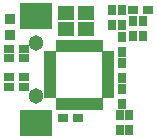
<source format=gbr>
G04 This is an RS-274x file exported by *
G04 gerbv version 2.6.0 *
G04 More information is available about gerbv at *
G04 http://gerbv.gpleda.org/ *
G04 --End of header info--*
%MOIN*%
%FSLAX34Y34*%
%IPPOS*%
G04 --Define apertures--*
%ADD10C,0.0080*%
%ADD11R,0.0315X0.0110*%
%ADD12R,0.0250X0.0200*%
%ADD13R,0.0200X0.0250*%
%ADD14R,0.0110X0.0315*%
%ADD15R,0.0300X0.0300*%
%ADD16R,0.0472X0.0433*%
%ADD17R,0.0984X0.0787*%
%ADD18C,0.0100*%
%ADD19C,0.0050*%
%ADD20C,0.0080*%
%ADD21C,0.0433*%
%ADD22C,0.0200*%
%ADD23O,0.0787X0.0394*%
%ADD24C,0.0043*%
%ADD25C,0.0040*%
%ADD26C,0.0040*%
%ADD27C,0.0040*%
%ADD28C,0.0030*%
%ADD29C,0.0060*%
%ADD30R,0.0395X0.0190*%
%ADD31R,0.0330X0.0280*%
%ADD32R,0.0280X0.0330*%
%ADD33R,0.0190X0.0395*%
%ADD34R,0.0380X0.0380*%
%ADD35R,0.0552X0.0513*%
%ADD36R,0.1064X0.0867*%
%ADD37C,0.0513*%
G04 --Start main section--*
G54D30*
G01X0001650Y0001358D03*
G01X0001650Y0001948D03*
G01X0001650Y0002145D03*
G01X0001650Y0001554D03*
G01X0003586Y0001358D03*
G01X0003586Y0001554D03*
G01X0003586Y0002145D03*
G01X0003586Y0002342D03*
G01X0003586Y0002539D03*
G01X0003586Y0001751D03*
G01X0003586Y0001948D03*
G01X0001650Y0002736D03*
G01X0001650Y0002539D03*
G01X0001650Y0001751D03*
G01X0001650Y0002342D03*
G01X0003586Y0002736D03*
G54D31*
G01X0000760Y0002920D03*
G01X0000260Y0002920D03*
G01X0002060Y0000600D03*
G01X0002560Y0000600D03*
G01X0000760Y0001650D03*
G01X0000770Y0001980D03*
G01X0000270Y0001980D03*
G01X0000760Y0002590D03*
G01X0000260Y0002590D03*
G01X0000260Y0001650D03*
G01X0004410Y0004210D03*
G01X0004910Y0004210D03*
G54D32*
G01X0004050Y0003690D03*
G01X0004050Y0004190D03*
G01X0004740Y0003350D03*
G01X0004050Y0003320D03*
G01X0004050Y0002820D03*
G01X0003970Y0000700D03*
G01X0003970Y0000200D03*
G01X0003720Y0004190D03*
G01X0004280Y0000700D03*
G01X0004280Y0000200D03*
G01X0004050Y0001580D03*
G01X0004050Y0001080D03*
G01X0003720Y0003690D03*
G01X0004050Y0001950D03*
G01X0004050Y0002450D03*
G01X0004400Y0003340D03*
G01X0004400Y0003840D03*
G01X0004740Y0003850D03*
G54D33*
G01X0002126Y0001081D03*
G01X0002323Y0001081D03*
G01X0002717Y0001081D03*
G01X0002914Y0001081D03*
G01X0001930Y0001080D03*
G01X0003111Y0001081D03*
G01X0002520Y0001081D03*
G01X0003307Y0003017D03*
G01X0003111Y0003017D03*
G01X0002520Y0003017D03*
G01X0002323Y0003017D03*
G01X0002126Y0003017D03*
G01X0002914Y0003017D03*
G01X0002717Y0003017D03*
G01X0001930Y0003017D03*
G01X0003307Y0001082D03*
G54D34*
G01X0000320Y0003380D03*
G01X0000320Y0003920D03*
G54D35*
G01X0002843Y0003565D03*
G01X0002843Y0004116D03*
G01X0002173Y0003565D03*
G01X0002173Y0004116D03*
G54D36*
G01X0001159Y0000448D03*
G01X0001159Y0003992D03*
G54D37*
G01X0001159Y0001334D03*
G01X0001159Y0003106D03*
M02*

</source>
